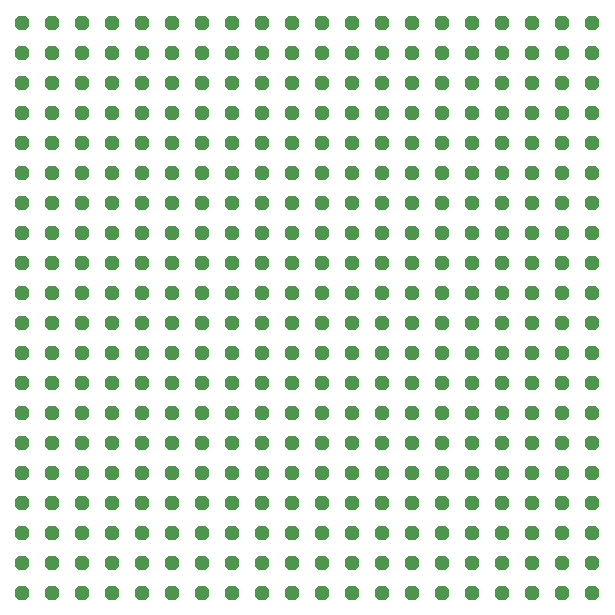
<source format=gbs>
G75*
%MOIN*%
%OFA0B0*%
%FSLAX24Y24*%
%IPPOS*%
%LPD*%
%AMOC8*
5,1,8,0,0,1.08239X$1,22.5*
%
%ADD10OC8,0.0476*%
D10*
X000505Y000530D03*
X001505Y000530D03*
X002505Y000530D03*
X003505Y000530D03*
X004505Y000530D03*
X005505Y000530D03*
X006505Y000530D03*
X007505Y000530D03*
X008505Y000530D03*
X009505Y000530D03*
X010505Y000530D03*
X011505Y000530D03*
X012505Y000530D03*
X013505Y000530D03*
X014505Y000530D03*
X015505Y000530D03*
X016505Y000530D03*
X017505Y000530D03*
X018505Y000530D03*
X019505Y000530D03*
X019505Y001530D03*
X018505Y001530D03*
X017505Y001530D03*
X016505Y001530D03*
X015505Y001530D03*
X014505Y001530D03*
X013505Y001530D03*
X012505Y001530D03*
X011505Y001530D03*
X010505Y001530D03*
X009505Y001530D03*
X008505Y001530D03*
X007505Y001530D03*
X006505Y001530D03*
X005505Y001530D03*
X004505Y001530D03*
X003505Y001530D03*
X002505Y001530D03*
X001505Y001530D03*
X000505Y001530D03*
X000505Y002530D03*
X001505Y002530D03*
X002505Y002530D03*
X003505Y002530D03*
X004505Y002530D03*
X005505Y002530D03*
X006505Y002530D03*
X007505Y002530D03*
X008505Y002530D03*
X009505Y002530D03*
X010505Y002530D03*
X011505Y002530D03*
X012505Y002530D03*
X013505Y002530D03*
X014505Y002530D03*
X015505Y002530D03*
X016505Y002530D03*
X017505Y002530D03*
X018505Y002530D03*
X019505Y002530D03*
X019505Y003530D03*
X018505Y003530D03*
X017505Y003530D03*
X016505Y003530D03*
X015505Y003530D03*
X014505Y003530D03*
X013505Y003530D03*
X012505Y003530D03*
X011505Y003530D03*
X010505Y003530D03*
X009505Y003530D03*
X008505Y003530D03*
X007505Y003530D03*
X006505Y003530D03*
X005505Y003530D03*
X004505Y003530D03*
X003505Y003530D03*
X002505Y003530D03*
X001505Y003530D03*
X000505Y003530D03*
X000505Y004530D03*
X001505Y004530D03*
X002505Y004530D03*
X003505Y004530D03*
X004505Y004530D03*
X005505Y004530D03*
X006505Y004530D03*
X007505Y004530D03*
X008505Y004530D03*
X009505Y004530D03*
X010505Y004530D03*
X011505Y004530D03*
X012505Y004530D03*
X013505Y004530D03*
X014505Y004530D03*
X015505Y004530D03*
X016505Y004530D03*
X017505Y004530D03*
X018505Y004530D03*
X019505Y004530D03*
X019505Y005530D03*
X018505Y005530D03*
X017505Y005530D03*
X016505Y005530D03*
X015505Y005530D03*
X014505Y005530D03*
X013505Y005530D03*
X012505Y005530D03*
X011505Y005530D03*
X010505Y005530D03*
X009505Y005530D03*
X008505Y005530D03*
X007505Y005530D03*
X006505Y005530D03*
X005505Y005530D03*
X004505Y005530D03*
X003505Y005530D03*
X002505Y005530D03*
X001505Y005530D03*
X000505Y005530D03*
X000505Y006530D03*
X001505Y006530D03*
X002505Y006530D03*
X003505Y006530D03*
X004505Y006530D03*
X005505Y006530D03*
X006505Y006530D03*
X007505Y006530D03*
X008505Y006530D03*
X009505Y006530D03*
X010505Y006530D03*
X011505Y006530D03*
X012505Y006530D03*
X013505Y006530D03*
X014505Y006530D03*
X015505Y006530D03*
X016505Y006530D03*
X017505Y006530D03*
X018505Y006530D03*
X019505Y006530D03*
X019505Y007530D03*
X018505Y007530D03*
X017505Y007530D03*
X016505Y007530D03*
X015505Y007530D03*
X014505Y007530D03*
X013505Y007530D03*
X012505Y007530D03*
X011505Y007530D03*
X010505Y007530D03*
X009505Y007530D03*
X008505Y007530D03*
X007505Y007530D03*
X006505Y007530D03*
X005505Y007530D03*
X004505Y007530D03*
X003505Y007530D03*
X002505Y007530D03*
X001505Y007530D03*
X000505Y007530D03*
X000505Y008530D03*
X001505Y008530D03*
X002505Y008530D03*
X003505Y008530D03*
X004505Y008530D03*
X005505Y008530D03*
X006505Y008530D03*
X007505Y008530D03*
X008505Y008530D03*
X009505Y008530D03*
X010505Y008530D03*
X011505Y008530D03*
X012505Y008530D03*
X013505Y008530D03*
X014505Y008530D03*
X015505Y008530D03*
X016505Y008530D03*
X017505Y008530D03*
X018505Y008530D03*
X019505Y008530D03*
X019505Y009530D03*
X018505Y009530D03*
X017505Y009530D03*
X016505Y009530D03*
X015505Y009530D03*
X014505Y009530D03*
X013505Y009530D03*
X012505Y009530D03*
X011505Y009530D03*
X010505Y009530D03*
X009505Y009530D03*
X008505Y009530D03*
X007505Y009530D03*
X006505Y009530D03*
X005505Y009530D03*
X004505Y009530D03*
X003505Y009530D03*
X002505Y009530D03*
X001505Y009530D03*
X000505Y009530D03*
X000505Y010530D03*
X001505Y010530D03*
X002505Y010530D03*
X003505Y010530D03*
X004505Y010530D03*
X005505Y010530D03*
X006505Y010530D03*
X007505Y010530D03*
X008505Y010530D03*
X009505Y010530D03*
X010505Y010530D03*
X011505Y010530D03*
X012505Y010530D03*
X013505Y010530D03*
X014505Y010530D03*
X015505Y010530D03*
X016505Y010530D03*
X017505Y010530D03*
X018505Y010530D03*
X019505Y010530D03*
X019505Y011530D03*
X018505Y011530D03*
X017505Y011530D03*
X016505Y011530D03*
X015505Y011530D03*
X014505Y011530D03*
X013505Y011530D03*
X012505Y011530D03*
X011505Y011530D03*
X010505Y011530D03*
X009505Y011530D03*
X008505Y011530D03*
X007505Y011530D03*
X006505Y011530D03*
X005505Y011530D03*
X004505Y011530D03*
X003505Y011530D03*
X002505Y011530D03*
X001505Y011530D03*
X000505Y011530D03*
X000505Y012530D03*
X001505Y012530D03*
X002505Y012530D03*
X003505Y012530D03*
X004505Y012530D03*
X005505Y012530D03*
X006505Y012530D03*
X007505Y012530D03*
X008505Y012530D03*
X009505Y012530D03*
X010505Y012530D03*
X011505Y012530D03*
X012505Y012530D03*
X013505Y012530D03*
X014505Y012530D03*
X015505Y012530D03*
X016505Y012530D03*
X017505Y012530D03*
X018505Y012530D03*
X019505Y012530D03*
X019505Y013530D03*
X018505Y013530D03*
X017505Y013530D03*
X016505Y013530D03*
X015505Y013530D03*
X014505Y013530D03*
X013505Y013530D03*
X012505Y013530D03*
X011505Y013530D03*
X010505Y013530D03*
X009505Y013530D03*
X008505Y013530D03*
X007505Y013530D03*
X006505Y013530D03*
X005505Y013530D03*
X004505Y013530D03*
X003505Y013530D03*
X002505Y013530D03*
X001505Y013530D03*
X000505Y013530D03*
X000505Y014530D03*
X001505Y014530D03*
X002505Y014530D03*
X003505Y014530D03*
X004505Y014530D03*
X005505Y014530D03*
X006505Y014530D03*
X007505Y014530D03*
X008505Y014530D03*
X009505Y014530D03*
X010505Y014530D03*
X011505Y014530D03*
X012505Y014530D03*
X013505Y014530D03*
X014505Y014530D03*
X015505Y014530D03*
X016505Y014530D03*
X017505Y014530D03*
X018505Y014530D03*
X019505Y014530D03*
X019505Y015530D03*
X018505Y015530D03*
X017505Y015530D03*
X016505Y015530D03*
X015505Y015530D03*
X014505Y015530D03*
X013505Y015530D03*
X012505Y015530D03*
X011505Y015530D03*
X010505Y015530D03*
X009505Y015530D03*
X008505Y015530D03*
X007505Y015530D03*
X006505Y015530D03*
X005505Y015530D03*
X004505Y015530D03*
X003505Y015530D03*
X002505Y015530D03*
X001505Y015530D03*
X000505Y015530D03*
X000505Y016530D03*
X001505Y016530D03*
X002505Y016530D03*
X003505Y016530D03*
X004505Y016530D03*
X005505Y016530D03*
X006505Y016530D03*
X007505Y016530D03*
X008505Y016530D03*
X009505Y016530D03*
X010505Y016530D03*
X011505Y016530D03*
X012505Y016530D03*
X013505Y016530D03*
X014505Y016530D03*
X015505Y016530D03*
X016505Y016530D03*
X017505Y016530D03*
X018505Y016530D03*
X019505Y016530D03*
X019505Y017530D03*
X018505Y017530D03*
X017505Y017530D03*
X016505Y017530D03*
X015505Y017530D03*
X014505Y017530D03*
X013505Y017530D03*
X012505Y017530D03*
X011505Y017530D03*
X010505Y017530D03*
X009505Y017530D03*
X008505Y017530D03*
X007505Y017530D03*
X006505Y017530D03*
X005505Y017530D03*
X004505Y017530D03*
X003505Y017530D03*
X002505Y017530D03*
X001505Y017530D03*
X000505Y017530D03*
X000505Y018530D03*
X001505Y018530D03*
X002505Y018530D03*
X003505Y018530D03*
X004505Y018530D03*
X005505Y018530D03*
X006505Y018530D03*
X007505Y018530D03*
X008505Y018530D03*
X009505Y018530D03*
X010505Y018530D03*
X011505Y018530D03*
X012505Y018530D03*
X013505Y018530D03*
X014505Y018530D03*
X015505Y018530D03*
X016505Y018530D03*
X017505Y018530D03*
X018505Y018530D03*
X019505Y018530D03*
X019505Y019530D03*
X018505Y019530D03*
X017505Y019530D03*
X016505Y019530D03*
X015505Y019530D03*
X014505Y019530D03*
X013505Y019530D03*
X012505Y019530D03*
X011505Y019530D03*
X010505Y019530D03*
X009505Y019530D03*
X008505Y019530D03*
X007505Y019530D03*
X006505Y019530D03*
X005505Y019530D03*
X004505Y019530D03*
X003505Y019530D03*
X002505Y019530D03*
X001505Y019530D03*
X000505Y019530D03*
M02*

</source>
